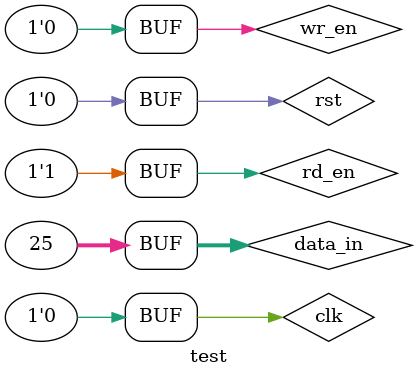
<source format=v>
`timescale 1ns / 1ps


module test();
    reg         clk      = 0;
    reg         wr_en    = 0;
    reg         rd_en    = 0;
    reg         rst      = 0;
    reg  [31:0] data_in  = 0;
     
    
    
top top_tb(
    .i_clk(clk),
    .i_rst(rst),
    .i_data_in(data_in),
    .i_wr_en(wr_en),
    .i_rd_en(rd_en),
    .o_data_out(),
    .o_full(),
    .o_empty(),
    .o_almost_full(),
    .o_almost_empty(),
    .o_used_slot()
    );
    
   always begin
      clk = 1'b1;
      #5 clk = 1'b0;
      #5;
   end   
   initial begin
      rst = 1;
      #10;
      rst =0;
      wr_en = 1;
      rd_en = 0;
      data_in = 31'd12;
      #10;
      rst =0;
      wr_en = 1;
      rd_en = 0;
      data_in = 31'd15;
      #10;
      rst =0;
      wr_en = 1;
      rd_en = 0;
      data_in = 31'd17;
      #10;
      rst =0;
      wr_en = 1;
      rd_en = 0;
      data_in = 31'd19;
      #10;
      rst =0;
      wr_en = 0;
      rd_en = 1;
      data_in = 31'd21;
      #10;
      rst =0;
      wr_en = 1;
      rd_en = 1;
      data_in = 31'd23;
      #10;
      rst =0;
      wr_en = 0;
      rd_en = 1;
      data_in = 31'd25;
      #50;
         
   end   
   
    
    
endmodule

</source>
